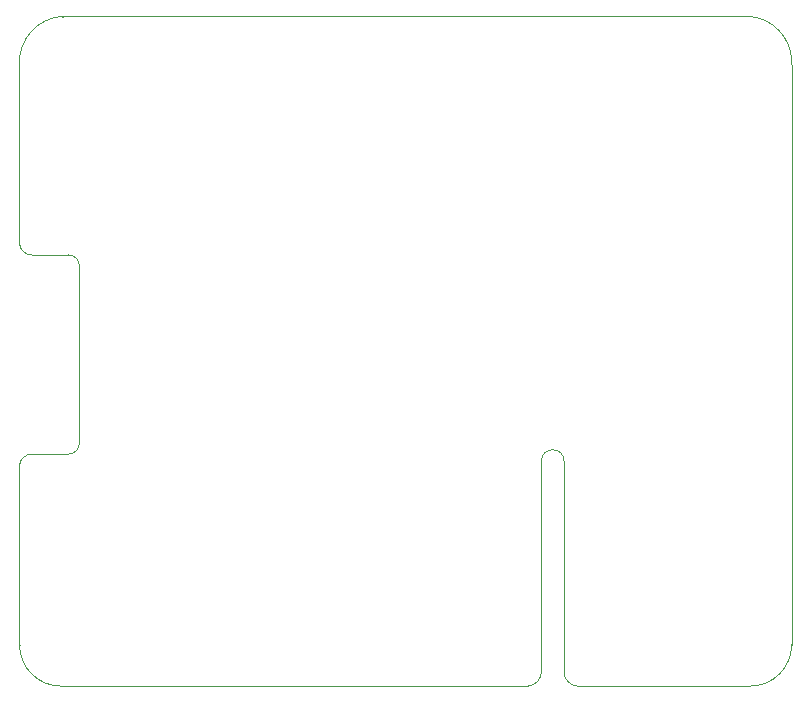
<source format=gbr>
G04 Layer_Color=0*
%FSLAX44Y44*%
%MOMM*%
%TF.FileFunction,Profile,NP*%
%TF.Part,Single*%
G01*
G75*
%TA.AperFunction,Profile*%
%ADD85C,0.0254*%
D85*
X252091Y308105D02*
Y459740D01*
D02*
G02*
X252093Y459782I639J0D01*
G01*
D02*
G02*
X262911Y469269I10162J-677D01*
G01*
X293370D01*
D02*
G03*
X302891Y478790I0J9521D01*
G01*
Y628650D01*
D02*
G03*
X293370Y638171I-9521J0D01*
G01*
X262911D01*
D02*
G02*
X252093Y647657I-656J10164D01*
G01*
D02*
G02*
X252091Y647700I637J43D01*
G01*
Y798983D01*
D02*
G02*
X288966Y840108I39009J2116D01*
G01*
Y840108D01*
D02*
G02*
X289001Y840109I35J-638D01*
G01*
D02*
G02*
X289001Y840109I0J-639D01*
G01*
X869000D01*
D02*
G02*
X869035Y840108I0J-639D01*
G01*
Y840108D01*
D02*
G02*
X905967Y801099I-2134J-39008D01*
G01*
D02*
G02*
X905910Y798983I-39067J0D01*
G01*
Y308081D01*
D02*
G02*
X905886Y307908I-639J0D01*
G01*
D02*
G02*
X870788Y272983I-35098J173D01*
G01*
X724598D01*
D02*
G02*
X724563Y272984I0J639D01*
G01*
D02*
G02*
X713101Y285767I670J12131D01*
G01*
Y463409D01*
D02*
G02*
X713169Y463696I639J0D01*
G01*
D02*
G03*
X693988Y463479I-9589J-216D01*
G01*
Y285838D01*
D02*
G02*
X694006Y285186I-12132J-652D01*
G01*
D02*
G02*
X682526Y273055I-12150J0D01*
G01*
D02*
G02*
X682491Y273054I-35J638D01*
G01*
X287505D01*
D02*
G02*
X287213Y272983I-292J568D01*
G01*
D02*
G02*
X252115Y307932I0J35098D01*
G01*
X252115D01*
D02*
G02*
X252091Y308105I615J173D01*
G01*
%TF.MD5,763b89f5a0462ce0724b1bc4cb1f2442*%
M02*

</source>
